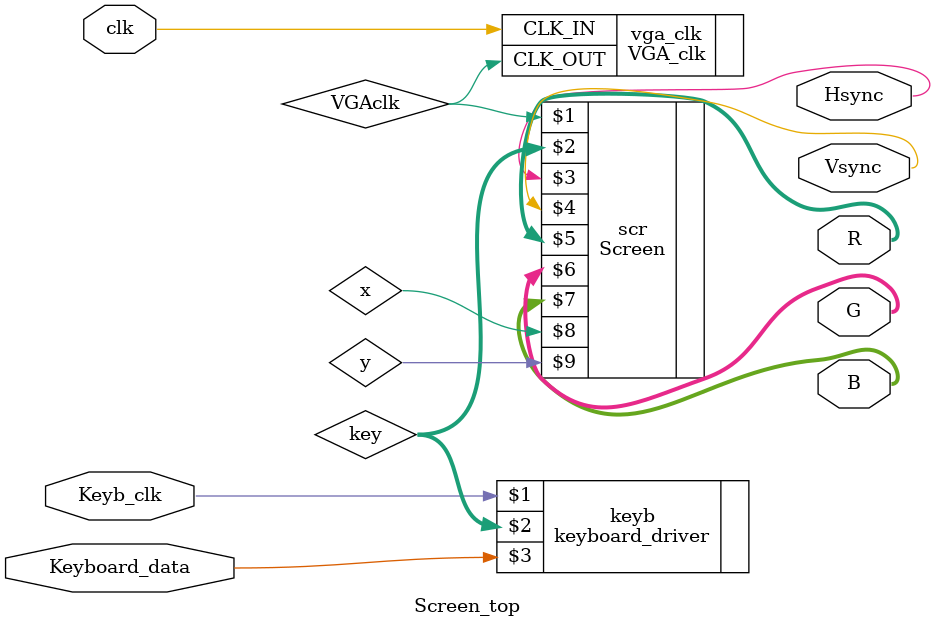
<source format=v>
`timescale 1ns / 1ps

module Screen_top(
    input wire clk,
    
    input  wire Keyb_clk,
    input  wire Keyboard_data,
    
    output wire Hsync,
    output wire Vsync,
    
    output wire [2 : 0] R,
    output wire [2 : 0] G,
    output wire [1 : 0] B
    );
    
wire [15 : 0] key;
keyboard_driver keyb (Keyb_clk, key, Keyboard_data);
    
wire VGAclk;    
Screen  scr (VGAclk, key, Hsync, Vsync, R, G, B, x, y);
VGA_clk vga_clk (.CLK_IN (clk), .CLK_OUT (VGAclk));

endmodule

</source>
